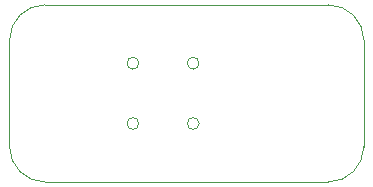
<source format=gm1>
G04*
G04 #@! TF.GenerationSoftware,Altium Limited,Altium Designer,20.0.13 (296)*
G04*
G04 Layer_Color=16711935*
%FSLAX25Y25*%
%MOIN*%
G70*
G01*
G75*
%ADD24C,0.00394*%
D24*
X63189Y39567D02*
G03*
X63189Y39567I-1969J0D01*
G01*
X43110D02*
G03*
X43110Y39567I-1969J0D01*
G01*
Y19488D02*
G03*
X43110Y19488I-1969J0D01*
G01*
X63189D02*
G03*
X63189Y19488I-1969J0D01*
G01*
X118110Y47244D02*
G03*
X106299Y59055I-11811J0D01*
G01*
Y0D02*
G03*
X118110Y11811I0J11811D01*
G01*
X11811Y59055D02*
G03*
X0Y47244I0J-11811D01*
G01*
Y11811D02*
G03*
X11811Y0I11811J0D01*
G01*
X118110Y11811D02*
Y47244D01*
X11811Y59055D02*
X106299D01*
X0Y11811D02*
Y47244D01*
X11811Y0D02*
X106299Y0D01*
M02*

</source>
